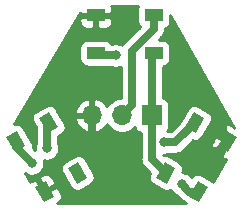
<source format=gbr>
G04 #@! TF.GenerationSoftware,KiCad,Pcbnew,5.1.5-52549c5~84~ubuntu16.04.1*
G04 #@! TF.CreationDate,2019-12-06T18:45:02-05:00*
G04 #@! TF.ProjectId,RGBSL,52474253-4c2e-46b6-9963-61645f706362,rev?*
G04 #@! TF.SameCoordinates,Original*
G04 #@! TF.FileFunction,Copper,L1,Top*
G04 #@! TF.FilePolarity,Positive*
%FSLAX46Y46*%
G04 Gerber Fmt 4.6, Leading zero omitted, Abs format (unit mm)*
G04 Created by KiCad (PCBNEW 5.1.5-52549c5~84~ubuntu16.04.1) date 2019-12-06 18:45:02*
%MOMM*%
%LPD*%
G04 APERTURE LIST*
%ADD10R,1.500000X1.000000*%
%ADD11C,0.100000*%
%ADD12R,1.700000X1.700000*%
%ADD13O,1.700000X1.700000*%
%ADD14C,0.800000*%
%ADD15C,0.635000*%
%ADD16C,0.254000*%
G04 APERTURE END LIST*
D10*
X148500000Y-48590000D03*
X148500000Y-45390000D03*
X143600000Y-48590000D03*
X143600000Y-45390000D03*
G04 #@! TA.AperFunction,SMDPad,CuDef*
D11*
G36*
X154698628Y-55182719D02*
G01*
X155564654Y-55682719D01*
X154814654Y-56981757D01*
X153948628Y-56481757D01*
X154698628Y-55182719D01*
G37*
G04 #@! TD.AperFunction*
G04 #@! TA.AperFunction,SMDPad,CuDef*
G36*
X151927346Y-53582719D02*
G01*
X152793372Y-54082719D01*
X152043372Y-55381757D01*
X151177346Y-54881757D01*
X151927346Y-53582719D01*
G37*
G04 #@! TD.AperFunction*
G04 #@! TA.AperFunction,SMDPad,CuDef*
G36*
X152248628Y-59426243D02*
G01*
X153114654Y-59926243D01*
X152364654Y-61225281D01*
X151498628Y-60725281D01*
X152248628Y-59426243D01*
G37*
G04 #@! TD.AperFunction*
G04 #@! TA.AperFunction,SMDPad,CuDef*
G36*
X149477346Y-57826243D02*
G01*
X150343372Y-58326243D01*
X149593372Y-59625281D01*
X148727346Y-59125281D01*
X149477346Y-57826243D01*
G37*
G04 #@! TD.AperFunction*
G04 #@! TA.AperFunction,SMDPad,CuDef*
G36*
X140414654Y-54881757D02*
G01*
X139548628Y-55381757D01*
X138798628Y-54082719D01*
X139664654Y-53582719D01*
X140414654Y-54881757D01*
G37*
G04 #@! TD.AperFunction*
G04 #@! TA.AperFunction,SMDPad,CuDef*
G36*
X137643372Y-56481757D02*
G01*
X136777346Y-56981757D01*
X136027346Y-55682719D01*
X136893372Y-55182719D01*
X137643372Y-56481757D01*
G37*
G04 #@! TD.AperFunction*
G04 #@! TA.AperFunction,SMDPad,CuDef*
G36*
X142864654Y-59125281D02*
G01*
X141998628Y-59625281D01*
X141248628Y-58326243D01*
X142114654Y-57826243D01*
X142864654Y-59125281D01*
G37*
G04 #@! TD.AperFunction*
G04 #@! TA.AperFunction,SMDPad,CuDef*
G36*
X140093372Y-60725281D02*
G01*
X139227346Y-61225281D01*
X138477346Y-59926243D01*
X139343372Y-59426243D01*
X140093372Y-60725281D01*
G37*
G04 #@! TD.AperFunction*
D12*
X148336000Y-53848000D03*
D13*
X145796000Y-53848000D03*
X143256000Y-53848000D03*
D14*
X139446000Y-56642000D03*
X150876000Y-59690000D03*
X145288000Y-48768000D03*
X148082000Y-60198000D03*
X152400000Y-56896000D03*
X138176000Y-57912000D03*
X149352000Y-56134000D03*
D15*
X148336000Y-48754000D02*
X148500000Y-48590000D01*
X148336000Y-53848000D02*
X148336000Y-48754000D01*
X148336000Y-57526403D02*
X149535359Y-58725762D01*
X148336000Y-53848000D02*
X148336000Y-57526403D01*
X139446000Y-54642879D02*
X139606641Y-54482238D01*
X139446000Y-56642000D02*
X139446000Y-54642879D01*
X146645999Y-48379001D02*
X146645999Y-52998001D01*
X148500000Y-46525000D02*
X146645999Y-48379001D01*
X146645999Y-52998001D02*
X145796000Y-53848000D01*
X148500000Y-45390000D02*
X148500000Y-46525000D01*
X151511762Y-60325762D02*
X150876000Y-59690000D01*
X152306641Y-60325762D02*
X151511762Y-60325762D01*
X143778000Y-48768000D02*
X143600000Y-48590000D01*
X145288000Y-48768000D02*
X143778000Y-48768000D01*
X154390616Y-55716213D02*
X154390616Y-54568616D01*
X154756641Y-56082238D02*
X154390616Y-55716213D01*
X143256000Y-53848000D02*
X143256000Y-56134000D01*
X143256000Y-56134000D02*
X145034000Y-57912000D01*
X145034000Y-57912000D02*
X145796000Y-57912000D01*
X145796000Y-57912000D02*
X148082000Y-60198000D01*
X153942879Y-56896000D02*
X154756641Y-56082238D01*
X152400000Y-56896000D02*
X153942879Y-56896000D01*
X136835359Y-56571359D02*
X138176000Y-57912000D01*
X136835359Y-56082238D02*
X136835359Y-56571359D01*
X150333597Y-56134000D02*
X151985359Y-54482238D01*
X149352000Y-56134000D02*
X150333597Y-56134000D01*
D16*
G36*
X147160498Y-44645820D02*
G01*
X147124188Y-44765518D01*
X147111928Y-44890000D01*
X147111928Y-45890000D01*
X147124188Y-46014482D01*
X147160498Y-46134180D01*
X147219463Y-46244494D01*
X147298815Y-46341185D01*
X147319665Y-46358297D01*
X146005568Y-47672394D01*
X145969221Y-47702223D01*
X145850193Y-47847260D01*
X145829870Y-47885282D01*
X145778256Y-47850795D01*
X145589898Y-47772774D01*
X145389939Y-47733000D01*
X145186061Y-47733000D01*
X144986102Y-47772774D01*
X144915982Y-47801819D01*
X144880537Y-47735506D01*
X144801185Y-47638815D01*
X144704494Y-47559463D01*
X144594180Y-47500498D01*
X144474482Y-47464188D01*
X144350000Y-47451928D01*
X142850000Y-47451928D01*
X142725518Y-47464188D01*
X142605820Y-47500498D01*
X142495506Y-47559463D01*
X142398815Y-47638815D01*
X142319463Y-47735506D01*
X142260498Y-47845820D01*
X142224188Y-47965518D01*
X142211928Y-48090000D01*
X142211928Y-49090000D01*
X142224188Y-49214482D01*
X142260498Y-49334180D01*
X142319463Y-49444494D01*
X142398815Y-49541185D01*
X142495506Y-49620537D01*
X142605820Y-49679502D01*
X142725518Y-49715812D01*
X142850000Y-49728072D01*
X144350000Y-49728072D01*
X144426882Y-49720500D01*
X144882953Y-49720500D01*
X144986102Y-49763226D01*
X145186061Y-49803000D01*
X145389939Y-49803000D01*
X145589898Y-49763226D01*
X145693499Y-49720313D01*
X145693500Y-52363000D01*
X145649740Y-52363000D01*
X145362842Y-52420068D01*
X145092589Y-52532010D01*
X144849368Y-52694525D01*
X144642525Y-52901368D01*
X144520805Y-53083534D01*
X144451178Y-52966645D01*
X144256269Y-52750412D01*
X144022920Y-52576359D01*
X143760099Y-52451175D01*
X143612890Y-52406524D01*
X143383000Y-52527845D01*
X143383000Y-53721000D01*
X143403000Y-53721000D01*
X143403000Y-53975000D01*
X143383000Y-53975000D01*
X143383000Y-55168155D01*
X143612890Y-55289476D01*
X143760099Y-55244825D01*
X144022920Y-55119641D01*
X144256269Y-54945588D01*
X144451178Y-54729355D01*
X144520805Y-54612466D01*
X144642525Y-54794632D01*
X144849368Y-55001475D01*
X145092589Y-55163990D01*
X145362842Y-55275932D01*
X145649740Y-55333000D01*
X145942260Y-55333000D01*
X146229158Y-55275932D01*
X146499411Y-55163990D01*
X146742632Y-55001475D01*
X146874487Y-54869620D01*
X146896498Y-54942180D01*
X146955463Y-55052494D01*
X147034815Y-55149185D01*
X147131506Y-55228537D01*
X147241820Y-55287502D01*
X147361518Y-55323812D01*
X147383500Y-55325977D01*
X147383501Y-57479609D01*
X147378892Y-57526403D01*
X147397283Y-57713125D01*
X147426689Y-57810061D01*
X147451749Y-57892672D01*
X147540195Y-58058144D01*
X147659223Y-58203181D01*
X147695564Y-58233005D01*
X148209182Y-58746623D01*
X148174759Y-58806245D01*
X148123136Y-58920180D01*
X148094733Y-59041996D01*
X148090640Y-59167013D01*
X148111016Y-59290426D01*
X148155077Y-59407493D01*
X148221130Y-59513715D01*
X148306636Y-59605009D01*
X148408310Y-59677868D01*
X149274336Y-60177868D01*
X149388270Y-60229491D01*
X149510087Y-60257894D01*
X149635104Y-60261987D01*
X149758517Y-60241611D01*
X149875584Y-60197550D01*
X149947448Y-60152863D01*
X149958795Y-60180256D01*
X150072063Y-60349774D01*
X150216226Y-60493937D01*
X150385744Y-60607205D01*
X150488893Y-60649931D01*
X150805155Y-60966193D01*
X150834984Y-61002540D01*
X150980021Y-61121568D01*
X151019562Y-61142703D01*
X151077918Y-61205009D01*
X151179592Y-61277868D01*
X151245639Y-61316000D01*
X140344118Y-61316000D01*
X140412408Y-61277868D01*
X140514082Y-61205009D01*
X140599589Y-61113715D01*
X140665641Y-61007493D01*
X140709702Y-60890426D01*
X140730077Y-60767013D01*
X140725985Y-60641996D01*
X140697582Y-60520180D01*
X140645958Y-60406245D01*
X140411173Y-60005729D01*
X140194316Y-59947622D01*
X139458844Y-60372247D01*
X139468844Y-60389568D01*
X139248874Y-60516568D01*
X139238874Y-60499247D01*
X139221553Y-60509247D01*
X139094553Y-60289277D01*
X139111874Y-60279277D01*
X138562249Y-59327298D01*
X138345392Y-59269192D01*
X138158310Y-59373656D01*
X138056636Y-59446515D01*
X138004822Y-59501836D01*
X137828925Y-59200298D01*
X138782219Y-59200298D01*
X139331844Y-60152277D01*
X140067316Y-59727652D01*
X140125423Y-59510795D01*
X139895958Y-59107207D01*
X139823100Y-59005532D01*
X139731805Y-58920026D01*
X139625583Y-58853974D01*
X139508517Y-58809913D01*
X139385104Y-58789537D01*
X139260087Y-58793629D01*
X139138270Y-58822033D01*
X139024336Y-58873656D01*
X138840326Y-58983442D01*
X138782219Y-59200298D01*
X137828925Y-59200298D01*
X137565641Y-58748955D01*
X137685744Y-58829205D01*
X137874102Y-58907226D01*
X138074061Y-58947000D01*
X138277939Y-58947000D01*
X138477898Y-58907226D01*
X138666256Y-58829205D01*
X138835774Y-58715937D01*
X138979937Y-58571774D01*
X139093205Y-58402256D01*
X139141976Y-58284511D01*
X140611922Y-58284511D01*
X140616015Y-58409528D01*
X140644418Y-58531345D01*
X140696041Y-58645279D01*
X141446041Y-59944317D01*
X141518900Y-60045991D01*
X141610194Y-60131497D01*
X141716416Y-60197550D01*
X141833483Y-60241611D01*
X141956896Y-60261987D01*
X142081913Y-60257894D01*
X142203729Y-60229491D01*
X142317664Y-60177868D01*
X143183690Y-59677868D01*
X143285364Y-59605009D01*
X143370871Y-59513715D01*
X143436923Y-59407493D01*
X143480984Y-59290426D01*
X143501360Y-59167013D01*
X143497267Y-59041996D01*
X143468864Y-58920179D01*
X143417241Y-58806245D01*
X142667241Y-57507207D01*
X142594382Y-57405533D01*
X142503088Y-57320027D01*
X142396866Y-57253974D01*
X142279799Y-57209913D01*
X142156386Y-57189537D01*
X142031369Y-57193630D01*
X141909553Y-57222033D01*
X141795618Y-57273656D01*
X140929592Y-57773656D01*
X140827918Y-57846515D01*
X140742411Y-57937809D01*
X140676359Y-58044031D01*
X140632298Y-58161098D01*
X140611922Y-58284511D01*
X139141976Y-58284511D01*
X139171226Y-58213898D01*
X139211000Y-58013939D01*
X139211000Y-57810061D01*
X139177961Y-57643961D01*
X139344061Y-57677000D01*
X139547939Y-57677000D01*
X139747898Y-57637226D01*
X139936256Y-57559205D01*
X140105774Y-57445937D01*
X140249937Y-57301774D01*
X140363205Y-57132256D01*
X140441226Y-56943898D01*
X140481000Y-56743939D01*
X140481000Y-56540061D01*
X140441226Y-56340102D01*
X140398500Y-56236953D01*
X140398500Y-55627866D01*
X140733690Y-55434344D01*
X140835364Y-55361485D01*
X140920871Y-55270191D01*
X140986923Y-55163969D01*
X141030984Y-55046902D01*
X141051360Y-54923489D01*
X141047267Y-54798472D01*
X141018864Y-54676655D01*
X140967241Y-54562721D01*
X140760648Y-54204891D01*
X141814519Y-54204891D01*
X141911843Y-54479252D01*
X142060822Y-54729355D01*
X142255731Y-54945588D01*
X142489080Y-55119641D01*
X142751901Y-55244825D01*
X142899110Y-55289476D01*
X143129000Y-55168155D01*
X143129000Y-53975000D01*
X141935186Y-53975000D01*
X141814519Y-54204891D01*
X140760648Y-54204891D01*
X140348546Y-53491109D01*
X141814519Y-53491109D01*
X141935186Y-53721000D01*
X143129000Y-53721000D01*
X143129000Y-52527845D01*
X142899110Y-52406524D01*
X142751901Y-52451175D01*
X142489080Y-52576359D01*
X142255731Y-52750412D01*
X142060822Y-52966645D01*
X141911843Y-53216748D01*
X141814519Y-53491109D01*
X140348546Y-53491109D01*
X140217241Y-53263683D01*
X140144382Y-53162009D01*
X140053088Y-53076503D01*
X139946866Y-53010450D01*
X139829799Y-52966389D01*
X139706386Y-52946013D01*
X139581369Y-52950106D01*
X139459553Y-52978509D01*
X139345618Y-53030132D01*
X138479592Y-53530132D01*
X138377918Y-53602991D01*
X138292411Y-53694285D01*
X138226359Y-53800507D01*
X138182298Y-53917574D01*
X138161922Y-54040987D01*
X138166015Y-54166004D01*
X138194418Y-54287821D01*
X138246041Y-54401755D01*
X138493501Y-54830368D01*
X138493500Y-56236953D01*
X138450774Y-56340102D01*
X138411000Y-56540061D01*
X138411000Y-56743939D01*
X138424911Y-56813873D01*
X138259220Y-56648182D01*
X138259702Y-56646902D01*
X138280078Y-56523489D01*
X138275985Y-56398472D01*
X138247582Y-56276655D01*
X138195959Y-56162721D01*
X137445959Y-54863683D01*
X137373100Y-54762009D01*
X137281806Y-54676503D01*
X137175584Y-54610450D01*
X137058517Y-54566389D01*
X136935104Y-54546013D01*
X136810087Y-54550106D01*
X136688271Y-54578509D01*
X136665436Y-54588855D01*
X141847733Y-45890000D01*
X142211928Y-45890000D01*
X142224188Y-46014482D01*
X142260498Y-46134180D01*
X142319463Y-46244494D01*
X142398815Y-46341185D01*
X142495506Y-46420537D01*
X142605820Y-46479502D01*
X142725518Y-46515812D01*
X142850000Y-46528072D01*
X143314250Y-46525000D01*
X143473000Y-46366250D01*
X143473000Y-45517000D01*
X143727000Y-45517000D01*
X143727000Y-46366250D01*
X143885750Y-46525000D01*
X144350000Y-46528072D01*
X144474482Y-46515812D01*
X144594180Y-46479502D01*
X144704494Y-46420537D01*
X144801185Y-46341185D01*
X144880537Y-46244494D01*
X144939502Y-46134180D01*
X144975812Y-46014482D01*
X144988072Y-45890000D01*
X144985000Y-45675750D01*
X144826250Y-45517000D01*
X143727000Y-45517000D01*
X143473000Y-45517000D01*
X142373750Y-45517000D01*
X142215000Y-45675750D01*
X142211928Y-45890000D01*
X141847733Y-45890000D01*
X142278193Y-45167443D01*
X142373750Y-45263000D01*
X143473000Y-45263000D01*
X143473000Y-45243000D01*
X143727000Y-45243000D01*
X143727000Y-45263000D01*
X144826250Y-45263000D01*
X144985000Y-45104250D01*
X144988072Y-44890000D01*
X144975812Y-44765518D01*
X144939502Y-44645820D01*
X144916079Y-44602000D01*
X147183921Y-44602000D01*
X147160498Y-44645820D01*
G37*
X147160498Y-44645820D02*
X147124188Y-44765518D01*
X147111928Y-44890000D01*
X147111928Y-45890000D01*
X147124188Y-46014482D01*
X147160498Y-46134180D01*
X147219463Y-46244494D01*
X147298815Y-46341185D01*
X147319665Y-46358297D01*
X146005568Y-47672394D01*
X145969221Y-47702223D01*
X145850193Y-47847260D01*
X145829870Y-47885282D01*
X145778256Y-47850795D01*
X145589898Y-47772774D01*
X145389939Y-47733000D01*
X145186061Y-47733000D01*
X144986102Y-47772774D01*
X144915982Y-47801819D01*
X144880537Y-47735506D01*
X144801185Y-47638815D01*
X144704494Y-47559463D01*
X144594180Y-47500498D01*
X144474482Y-47464188D01*
X144350000Y-47451928D01*
X142850000Y-47451928D01*
X142725518Y-47464188D01*
X142605820Y-47500498D01*
X142495506Y-47559463D01*
X142398815Y-47638815D01*
X142319463Y-47735506D01*
X142260498Y-47845820D01*
X142224188Y-47965518D01*
X142211928Y-48090000D01*
X142211928Y-49090000D01*
X142224188Y-49214482D01*
X142260498Y-49334180D01*
X142319463Y-49444494D01*
X142398815Y-49541185D01*
X142495506Y-49620537D01*
X142605820Y-49679502D01*
X142725518Y-49715812D01*
X142850000Y-49728072D01*
X144350000Y-49728072D01*
X144426882Y-49720500D01*
X144882953Y-49720500D01*
X144986102Y-49763226D01*
X145186061Y-49803000D01*
X145389939Y-49803000D01*
X145589898Y-49763226D01*
X145693499Y-49720313D01*
X145693500Y-52363000D01*
X145649740Y-52363000D01*
X145362842Y-52420068D01*
X145092589Y-52532010D01*
X144849368Y-52694525D01*
X144642525Y-52901368D01*
X144520805Y-53083534D01*
X144451178Y-52966645D01*
X144256269Y-52750412D01*
X144022920Y-52576359D01*
X143760099Y-52451175D01*
X143612890Y-52406524D01*
X143383000Y-52527845D01*
X143383000Y-53721000D01*
X143403000Y-53721000D01*
X143403000Y-53975000D01*
X143383000Y-53975000D01*
X143383000Y-55168155D01*
X143612890Y-55289476D01*
X143760099Y-55244825D01*
X144022920Y-55119641D01*
X144256269Y-54945588D01*
X144451178Y-54729355D01*
X144520805Y-54612466D01*
X144642525Y-54794632D01*
X144849368Y-55001475D01*
X145092589Y-55163990D01*
X145362842Y-55275932D01*
X145649740Y-55333000D01*
X145942260Y-55333000D01*
X146229158Y-55275932D01*
X146499411Y-55163990D01*
X146742632Y-55001475D01*
X146874487Y-54869620D01*
X146896498Y-54942180D01*
X146955463Y-55052494D01*
X147034815Y-55149185D01*
X147131506Y-55228537D01*
X147241820Y-55287502D01*
X147361518Y-55323812D01*
X147383500Y-55325977D01*
X147383501Y-57479609D01*
X147378892Y-57526403D01*
X147397283Y-57713125D01*
X147426689Y-57810061D01*
X147451749Y-57892672D01*
X147540195Y-58058144D01*
X147659223Y-58203181D01*
X147695564Y-58233005D01*
X148209182Y-58746623D01*
X148174759Y-58806245D01*
X148123136Y-58920180D01*
X148094733Y-59041996D01*
X148090640Y-59167013D01*
X148111016Y-59290426D01*
X148155077Y-59407493D01*
X148221130Y-59513715D01*
X148306636Y-59605009D01*
X148408310Y-59677868D01*
X149274336Y-60177868D01*
X149388270Y-60229491D01*
X149510087Y-60257894D01*
X149635104Y-60261987D01*
X149758517Y-60241611D01*
X149875584Y-60197550D01*
X149947448Y-60152863D01*
X149958795Y-60180256D01*
X150072063Y-60349774D01*
X150216226Y-60493937D01*
X150385744Y-60607205D01*
X150488893Y-60649931D01*
X150805155Y-60966193D01*
X150834984Y-61002540D01*
X150980021Y-61121568D01*
X151019562Y-61142703D01*
X151077918Y-61205009D01*
X151179592Y-61277868D01*
X151245639Y-61316000D01*
X140344118Y-61316000D01*
X140412408Y-61277868D01*
X140514082Y-61205009D01*
X140599589Y-61113715D01*
X140665641Y-61007493D01*
X140709702Y-60890426D01*
X140730077Y-60767013D01*
X140725985Y-60641996D01*
X140697582Y-60520180D01*
X140645958Y-60406245D01*
X140411173Y-60005729D01*
X140194316Y-59947622D01*
X139458844Y-60372247D01*
X139468844Y-60389568D01*
X139248874Y-60516568D01*
X139238874Y-60499247D01*
X139221553Y-60509247D01*
X139094553Y-60289277D01*
X139111874Y-60279277D01*
X138562249Y-59327298D01*
X138345392Y-59269192D01*
X138158310Y-59373656D01*
X138056636Y-59446515D01*
X138004822Y-59501836D01*
X137828925Y-59200298D01*
X138782219Y-59200298D01*
X139331844Y-60152277D01*
X140067316Y-59727652D01*
X140125423Y-59510795D01*
X139895958Y-59107207D01*
X139823100Y-59005532D01*
X139731805Y-58920026D01*
X139625583Y-58853974D01*
X139508517Y-58809913D01*
X139385104Y-58789537D01*
X139260087Y-58793629D01*
X139138270Y-58822033D01*
X139024336Y-58873656D01*
X138840326Y-58983442D01*
X138782219Y-59200298D01*
X137828925Y-59200298D01*
X137565641Y-58748955D01*
X137685744Y-58829205D01*
X137874102Y-58907226D01*
X138074061Y-58947000D01*
X138277939Y-58947000D01*
X138477898Y-58907226D01*
X138666256Y-58829205D01*
X138835774Y-58715937D01*
X138979937Y-58571774D01*
X139093205Y-58402256D01*
X139141976Y-58284511D01*
X140611922Y-58284511D01*
X140616015Y-58409528D01*
X140644418Y-58531345D01*
X140696041Y-58645279D01*
X141446041Y-59944317D01*
X141518900Y-60045991D01*
X141610194Y-60131497D01*
X141716416Y-60197550D01*
X141833483Y-60241611D01*
X141956896Y-60261987D01*
X142081913Y-60257894D01*
X142203729Y-60229491D01*
X142317664Y-60177868D01*
X143183690Y-59677868D01*
X143285364Y-59605009D01*
X143370871Y-59513715D01*
X143436923Y-59407493D01*
X143480984Y-59290426D01*
X143501360Y-59167013D01*
X143497267Y-59041996D01*
X143468864Y-58920179D01*
X143417241Y-58806245D01*
X142667241Y-57507207D01*
X142594382Y-57405533D01*
X142503088Y-57320027D01*
X142396866Y-57253974D01*
X142279799Y-57209913D01*
X142156386Y-57189537D01*
X142031369Y-57193630D01*
X141909553Y-57222033D01*
X141795618Y-57273656D01*
X140929592Y-57773656D01*
X140827918Y-57846515D01*
X140742411Y-57937809D01*
X140676359Y-58044031D01*
X140632298Y-58161098D01*
X140611922Y-58284511D01*
X139141976Y-58284511D01*
X139171226Y-58213898D01*
X139211000Y-58013939D01*
X139211000Y-57810061D01*
X139177961Y-57643961D01*
X139344061Y-57677000D01*
X139547939Y-57677000D01*
X139747898Y-57637226D01*
X139936256Y-57559205D01*
X140105774Y-57445937D01*
X140249937Y-57301774D01*
X140363205Y-57132256D01*
X140441226Y-56943898D01*
X140481000Y-56743939D01*
X140481000Y-56540061D01*
X140441226Y-56340102D01*
X140398500Y-56236953D01*
X140398500Y-55627866D01*
X140733690Y-55434344D01*
X140835364Y-55361485D01*
X140920871Y-55270191D01*
X140986923Y-55163969D01*
X141030984Y-55046902D01*
X141051360Y-54923489D01*
X141047267Y-54798472D01*
X141018864Y-54676655D01*
X140967241Y-54562721D01*
X140760648Y-54204891D01*
X141814519Y-54204891D01*
X141911843Y-54479252D01*
X142060822Y-54729355D01*
X142255731Y-54945588D01*
X142489080Y-55119641D01*
X142751901Y-55244825D01*
X142899110Y-55289476D01*
X143129000Y-55168155D01*
X143129000Y-53975000D01*
X141935186Y-53975000D01*
X141814519Y-54204891D01*
X140760648Y-54204891D01*
X140348546Y-53491109D01*
X141814519Y-53491109D01*
X141935186Y-53721000D01*
X143129000Y-53721000D01*
X143129000Y-52527845D01*
X142899110Y-52406524D01*
X142751901Y-52451175D01*
X142489080Y-52576359D01*
X142255731Y-52750412D01*
X142060822Y-52966645D01*
X141911843Y-53216748D01*
X141814519Y-53491109D01*
X140348546Y-53491109D01*
X140217241Y-53263683D01*
X140144382Y-53162009D01*
X140053088Y-53076503D01*
X139946866Y-53010450D01*
X139829799Y-52966389D01*
X139706386Y-52946013D01*
X139581369Y-52950106D01*
X139459553Y-52978509D01*
X139345618Y-53030132D01*
X138479592Y-53530132D01*
X138377918Y-53602991D01*
X138292411Y-53694285D01*
X138226359Y-53800507D01*
X138182298Y-53917574D01*
X138161922Y-54040987D01*
X138166015Y-54166004D01*
X138194418Y-54287821D01*
X138246041Y-54401755D01*
X138493501Y-54830368D01*
X138493500Y-56236953D01*
X138450774Y-56340102D01*
X138411000Y-56540061D01*
X138411000Y-56743939D01*
X138424911Y-56813873D01*
X138259220Y-56648182D01*
X138259702Y-56646902D01*
X138280078Y-56523489D01*
X138275985Y-56398472D01*
X138247582Y-56276655D01*
X138195959Y-56162721D01*
X137445959Y-54863683D01*
X137373100Y-54762009D01*
X137281806Y-54676503D01*
X137175584Y-54610450D01*
X137058517Y-54566389D01*
X136935104Y-54546013D01*
X136810087Y-54550106D01*
X136688271Y-54578509D01*
X136665436Y-54588855D01*
X141847733Y-45890000D01*
X142211928Y-45890000D01*
X142224188Y-46014482D01*
X142260498Y-46134180D01*
X142319463Y-46244494D01*
X142398815Y-46341185D01*
X142495506Y-46420537D01*
X142605820Y-46479502D01*
X142725518Y-46515812D01*
X142850000Y-46528072D01*
X143314250Y-46525000D01*
X143473000Y-46366250D01*
X143473000Y-45517000D01*
X143727000Y-45517000D01*
X143727000Y-46366250D01*
X143885750Y-46525000D01*
X144350000Y-46528072D01*
X144474482Y-46515812D01*
X144594180Y-46479502D01*
X144704494Y-46420537D01*
X144801185Y-46341185D01*
X144880537Y-46244494D01*
X144939502Y-46134180D01*
X144975812Y-46014482D01*
X144988072Y-45890000D01*
X144985000Y-45675750D01*
X144826250Y-45517000D01*
X143727000Y-45517000D01*
X143473000Y-45517000D01*
X142373750Y-45517000D01*
X142215000Y-45675750D01*
X142211928Y-45890000D01*
X141847733Y-45890000D01*
X142278193Y-45167443D01*
X142373750Y-45263000D01*
X143473000Y-45263000D01*
X143473000Y-45243000D01*
X143727000Y-45243000D01*
X143727000Y-45263000D01*
X144826250Y-45263000D01*
X144985000Y-45104250D01*
X144988072Y-44890000D01*
X144975812Y-44765518D01*
X144939502Y-44645820D01*
X144916079Y-44602000D01*
X147183921Y-44602000D01*
X147160498Y-44645820D01*
G36*
X155294055Y-54897405D02*
G01*
X155259780Y-54956771D01*
X155201674Y-54739918D01*
X155017664Y-54630132D01*
X154903730Y-54578509D01*
X154781913Y-54550105D01*
X154656896Y-54546013D01*
X154533483Y-54566389D01*
X154416417Y-54610450D01*
X154310195Y-54676502D01*
X154218900Y-54762008D01*
X154146042Y-54863683D01*
X153916577Y-55267271D01*
X153974684Y-55484128D01*
X154710156Y-55908753D01*
X154720156Y-55891432D01*
X154940126Y-56018432D01*
X154930126Y-56035753D01*
X154947447Y-56045753D01*
X154820447Y-56265723D01*
X154803126Y-56255723D01*
X154253501Y-57207702D01*
X154311608Y-57424558D01*
X154495618Y-57534344D01*
X154609552Y-57585967D01*
X154609928Y-57586055D01*
X153555832Y-59468369D01*
X153535364Y-59446515D01*
X153433690Y-59373656D01*
X152567664Y-58873656D01*
X152453730Y-58822033D01*
X152331913Y-58793630D01*
X152206896Y-58789537D01*
X152083483Y-58809913D01*
X151966416Y-58853974D01*
X151860194Y-58920026D01*
X151768900Y-59005533D01*
X151714325Y-59081692D01*
X151679937Y-59030226D01*
X151535774Y-58886063D01*
X151366256Y-58772795D01*
X151177898Y-58694774D01*
X150977939Y-58655000D01*
X150890347Y-58655000D01*
X150895959Y-58645279D01*
X150947582Y-58531344D01*
X150975985Y-58409528D01*
X150980078Y-58284511D01*
X150959702Y-58161098D01*
X150915641Y-58044031D01*
X150849588Y-57937809D01*
X150764082Y-57846515D01*
X150662408Y-57773656D01*
X149796382Y-57273656D01*
X149682448Y-57222033D01*
X149560631Y-57193630D01*
X149435614Y-57189537D01*
X149358847Y-57202212D01*
X149325635Y-57169000D01*
X149453939Y-57169000D01*
X149653898Y-57129226D01*
X149757047Y-57086500D01*
X150286812Y-57086500D01*
X150333597Y-57091108D01*
X150380382Y-57086500D01*
X150520320Y-57072717D01*
X150699866Y-57018252D01*
X150865338Y-56929806D01*
X151010375Y-56810778D01*
X151040204Y-56774431D01*
X151291146Y-56523489D01*
X153311923Y-56523489D01*
X153332298Y-56646902D01*
X153376359Y-56763969D01*
X153442411Y-56870191D01*
X153527918Y-56961485D01*
X153629592Y-57034344D01*
X153816674Y-57138808D01*
X154033531Y-57080702D01*
X154583156Y-56128723D01*
X153847684Y-55704098D01*
X153630827Y-55762205D01*
X153396042Y-56162721D01*
X153344418Y-56276656D01*
X153316015Y-56398472D01*
X153311923Y-56523489D01*
X151291146Y-56523489D01*
X151831662Y-55982973D01*
X151838270Y-55985967D01*
X151960087Y-56014370D01*
X152085104Y-56018463D01*
X152208517Y-55998087D01*
X152325584Y-55954026D01*
X152431806Y-55887974D01*
X152523100Y-55802467D01*
X152595959Y-55700793D01*
X153345959Y-54401755D01*
X153397582Y-54287820D01*
X153425985Y-54166004D01*
X153430078Y-54040987D01*
X153409702Y-53917574D01*
X153365641Y-53800507D01*
X153299588Y-53694285D01*
X153214082Y-53602991D01*
X153112408Y-53530132D01*
X152246382Y-53030132D01*
X152132448Y-52978509D01*
X152010631Y-52950106D01*
X151885614Y-52946013D01*
X151762201Y-52966389D01*
X151645134Y-53010450D01*
X151538912Y-53076502D01*
X151447618Y-53162009D01*
X151374759Y-53263683D01*
X150716176Y-54404383D01*
X149939059Y-55181500D01*
X149757047Y-55181500D01*
X149653898Y-55138774D01*
X149646875Y-55137377D01*
X149716537Y-55052494D01*
X149775502Y-54942180D01*
X149811812Y-54822482D01*
X149824072Y-54698000D01*
X149824072Y-52998000D01*
X149811812Y-52873518D01*
X149775502Y-52753820D01*
X149716537Y-52643506D01*
X149637185Y-52546815D01*
X149540494Y-52467463D01*
X149430180Y-52408498D01*
X149310482Y-52372188D01*
X149288500Y-52370023D01*
X149288500Y-49724280D01*
X149374482Y-49715812D01*
X149494180Y-49679502D01*
X149604494Y-49620537D01*
X149701185Y-49541185D01*
X149780537Y-49444494D01*
X149839502Y-49334180D01*
X149875812Y-49214482D01*
X149888072Y-49090000D01*
X149888072Y-48090000D01*
X149875812Y-47965518D01*
X149839502Y-47845820D01*
X149780537Y-47735506D01*
X149701185Y-47638815D01*
X149604494Y-47559463D01*
X149494180Y-47500498D01*
X149374482Y-47464188D01*
X149250000Y-47451928D01*
X148920110Y-47451928D01*
X149140431Y-47231607D01*
X149176778Y-47201778D01*
X149295806Y-47056741D01*
X149384252Y-46891269D01*
X149438717Y-46711723D01*
X149452500Y-46571785D01*
X149457108Y-46525001D01*
X149453832Y-46491741D01*
X149494180Y-46479502D01*
X149604494Y-46420537D01*
X149701185Y-46341185D01*
X149780537Y-46244494D01*
X149839502Y-46134180D01*
X149875812Y-46014482D01*
X149888072Y-45890000D01*
X149888072Y-45332972D01*
X155294055Y-54897405D01*
G37*
X155294055Y-54897405D02*
X155259780Y-54956771D01*
X155201674Y-54739918D01*
X155017664Y-54630132D01*
X154903730Y-54578509D01*
X154781913Y-54550105D01*
X154656896Y-54546013D01*
X154533483Y-54566389D01*
X154416417Y-54610450D01*
X154310195Y-54676502D01*
X154218900Y-54762008D01*
X154146042Y-54863683D01*
X153916577Y-55267271D01*
X153974684Y-55484128D01*
X154710156Y-55908753D01*
X154720156Y-55891432D01*
X154940126Y-56018432D01*
X154930126Y-56035753D01*
X154947447Y-56045753D01*
X154820447Y-56265723D01*
X154803126Y-56255723D01*
X154253501Y-57207702D01*
X154311608Y-57424558D01*
X154495618Y-57534344D01*
X154609552Y-57585967D01*
X154609928Y-57586055D01*
X153555832Y-59468369D01*
X153535364Y-59446515D01*
X153433690Y-59373656D01*
X152567664Y-58873656D01*
X152453730Y-58822033D01*
X152331913Y-58793630D01*
X152206896Y-58789537D01*
X152083483Y-58809913D01*
X151966416Y-58853974D01*
X151860194Y-58920026D01*
X151768900Y-59005533D01*
X151714325Y-59081692D01*
X151679937Y-59030226D01*
X151535774Y-58886063D01*
X151366256Y-58772795D01*
X151177898Y-58694774D01*
X150977939Y-58655000D01*
X150890347Y-58655000D01*
X150895959Y-58645279D01*
X150947582Y-58531344D01*
X150975985Y-58409528D01*
X150980078Y-58284511D01*
X150959702Y-58161098D01*
X150915641Y-58044031D01*
X150849588Y-57937809D01*
X150764082Y-57846515D01*
X150662408Y-57773656D01*
X149796382Y-57273656D01*
X149682448Y-57222033D01*
X149560631Y-57193630D01*
X149435614Y-57189537D01*
X149358847Y-57202212D01*
X149325635Y-57169000D01*
X149453939Y-57169000D01*
X149653898Y-57129226D01*
X149757047Y-57086500D01*
X150286812Y-57086500D01*
X150333597Y-57091108D01*
X150380382Y-57086500D01*
X150520320Y-57072717D01*
X150699866Y-57018252D01*
X150865338Y-56929806D01*
X151010375Y-56810778D01*
X151040204Y-56774431D01*
X151291146Y-56523489D01*
X153311923Y-56523489D01*
X153332298Y-56646902D01*
X153376359Y-56763969D01*
X153442411Y-56870191D01*
X153527918Y-56961485D01*
X153629592Y-57034344D01*
X153816674Y-57138808D01*
X154033531Y-57080702D01*
X154583156Y-56128723D01*
X153847684Y-55704098D01*
X153630827Y-55762205D01*
X153396042Y-56162721D01*
X153344418Y-56276656D01*
X153316015Y-56398472D01*
X153311923Y-56523489D01*
X151291146Y-56523489D01*
X151831662Y-55982973D01*
X151838270Y-55985967D01*
X151960087Y-56014370D01*
X152085104Y-56018463D01*
X152208517Y-55998087D01*
X152325584Y-55954026D01*
X152431806Y-55887974D01*
X152523100Y-55802467D01*
X152595959Y-55700793D01*
X153345959Y-54401755D01*
X153397582Y-54287820D01*
X153425985Y-54166004D01*
X153430078Y-54040987D01*
X153409702Y-53917574D01*
X153365641Y-53800507D01*
X153299588Y-53694285D01*
X153214082Y-53602991D01*
X153112408Y-53530132D01*
X152246382Y-53030132D01*
X152132448Y-52978509D01*
X152010631Y-52950106D01*
X151885614Y-52946013D01*
X151762201Y-52966389D01*
X151645134Y-53010450D01*
X151538912Y-53076502D01*
X151447618Y-53162009D01*
X151374759Y-53263683D01*
X150716176Y-54404383D01*
X149939059Y-55181500D01*
X149757047Y-55181500D01*
X149653898Y-55138774D01*
X149646875Y-55137377D01*
X149716537Y-55052494D01*
X149775502Y-54942180D01*
X149811812Y-54822482D01*
X149824072Y-54698000D01*
X149824072Y-52998000D01*
X149811812Y-52873518D01*
X149775502Y-52753820D01*
X149716537Y-52643506D01*
X149637185Y-52546815D01*
X149540494Y-52467463D01*
X149430180Y-52408498D01*
X149310482Y-52372188D01*
X149288500Y-52370023D01*
X149288500Y-49724280D01*
X149374482Y-49715812D01*
X149494180Y-49679502D01*
X149604494Y-49620537D01*
X149701185Y-49541185D01*
X149780537Y-49444494D01*
X149839502Y-49334180D01*
X149875812Y-49214482D01*
X149888072Y-49090000D01*
X149888072Y-48090000D01*
X149875812Y-47965518D01*
X149839502Y-47845820D01*
X149780537Y-47735506D01*
X149701185Y-47638815D01*
X149604494Y-47559463D01*
X149494180Y-47500498D01*
X149374482Y-47464188D01*
X149250000Y-47451928D01*
X148920110Y-47451928D01*
X149140431Y-47231607D01*
X149176778Y-47201778D01*
X149295806Y-47056741D01*
X149384252Y-46891269D01*
X149438717Y-46711723D01*
X149452500Y-46571785D01*
X149457108Y-46525001D01*
X149453832Y-46491741D01*
X149494180Y-46479502D01*
X149604494Y-46420537D01*
X149701185Y-46341185D01*
X149780537Y-46244494D01*
X149839502Y-46134180D01*
X149875812Y-46014482D01*
X149888072Y-45890000D01*
X149888072Y-45332972D01*
X155294055Y-54897405D01*
M02*

</source>
